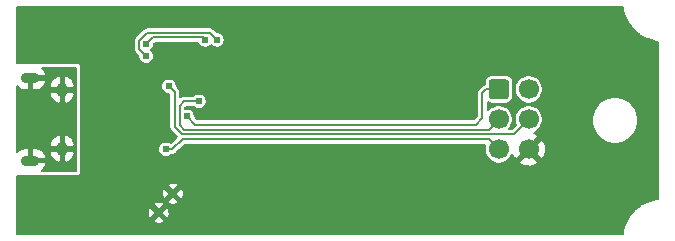
<source format=gbl>
%TF.GenerationSoftware,KiCad,Pcbnew,5.1.12-84ad8e8a86~92~ubuntu18.04.1*%
%TF.CreationDate,2023-04-24T19:04:36+02:00*%
%TF.ProjectId,digital-protection-amulet,64696769-7461-46c2-9d70-726f74656374,rev?*%
%TF.SameCoordinates,Original*%
%TF.FileFunction,Copper,L2,Bot*%
%TF.FilePolarity,Positive*%
%FSLAX46Y46*%
G04 Gerber Fmt 4.6, Leading zero omitted, Abs format (unit mm)*
G04 Created by KiCad (PCBNEW 5.1.12-84ad8e8a86~92~ubuntu18.04.1) date 2023-04-24 19:04:36*
%MOMM*%
%LPD*%
G01*
G04 APERTURE LIST*
%TA.AperFunction,ComponentPad*%
%ADD10C,1.700000*%
%TD*%
%TA.AperFunction,ComponentPad*%
%ADD11O,0.950000X1.250000*%
%TD*%
%TA.AperFunction,ComponentPad*%
%ADD12O,1.550000X0.890000*%
%TD*%
%TA.AperFunction,ComponentPad*%
%ADD13C,0.609600*%
%TD*%
%TA.AperFunction,ViaPad*%
%ADD14C,0.812800*%
%TD*%
%TA.AperFunction,ViaPad*%
%ADD15C,0.609600*%
%TD*%
%TA.AperFunction,Conductor*%
%ADD16C,0.203200*%
%TD*%
%TA.AperFunction,Conductor*%
%ADD17C,0.100000*%
%TD*%
G04 APERTURE END LIST*
%TO.P,J1,1*%
%TO.N,Net-(J1-Pad1)*%
%TA.AperFunction,ComponentPad*%
G36*
G01*
X40298000Y-7966000D02*
X40298000Y-6766000D01*
G75*
G02*
X40548000Y-6516000I250000J0D01*
G01*
X41748000Y-6516000D01*
G75*
G02*
X41998000Y-6766000I0J-250000D01*
G01*
X41998000Y-7966000D01*
G75*
G02*
X41748000Y-8216000I-250000J0D01*
G01*
X40548000Y-8216000D01*
G75*
G02*
X40298000Y-7966000I0J250000D01*
G01*
G37*
%TD.AperFunction*%
D10*
%TO.P,J1,3*%
%TO.N,Net-(J1-Pad3)*%
X41148000Y-9906000D03*
%TO.P,J1,5*%
%TO.N,Net-(J1-Pad5)*%
X41148000Y-12446000D03*
%TO.P,J1,2*%
%TO.N,VBUS*%
X43688000Y-7366000D03*
%TO.P,J1,4*%
%TO.N,Net-(J1-Pad4)*%
X43688000Y-9906000D03*
%TO.P,J1,6*%
%TO.N,GND*%
X43688000Y-12446000D03*
%TD*%
D11*
%TO.P,J2,6*%
%TO.N,Net-(C6-Pad1)*%
X4194000Y-7406000D03*
X4194000Y-12406000D03*
D12*
X1494000Y-6406000D03*
X1494000Y-13406000D03*
%TD*%
D13*
%TO.P,Y1,2*%
%TO.N,GND*%
X13554000Y-16218000D03*
%TO.P,Y1,4*%
X12354000Y-17818000D03*
%TD*%
D14*
%TO.N,GND*%
X23368000Y-2540000D03*
X27940000Y-7112000D03*
X16129000Y-4318000D03*
X14351000Y-13843000D03*
X22860000Y-17780000D03*
X6985000Y-7620000D03*
X3048000Y-1270000D03*
X12446000Y-1524000D03*
X6223000Y-10668000D03*
X6223000Y-11684000D03*
D15*
%TO.N,Net-(D2-Pad2)*%
X17272000Y-3175000D03*
X11303000Y-4572000D03*
%TO.N,Net-(D2-Pad3)*%
X11303000Y-3556000D03*
X16307871Y-3175000D03*
%TO.N,Net-(J1-Pad1)*%
X14732000Y-9652000D03*
%TO.N,Net-(J1-Pad3)*%
X15748000Y-8382000D03*
%TO.N,Net-(J1-Pad5)*%
X12954000Y-12446000D03*
%TO.N,Net-(J1-Pad4)*%
X13208000Y-7112000D03*
%TD*%
D16*
%TO.N,Net-(D2-Pad2)*%
X16662400Y-2565400D02*
X17272000Y-3175000D01*
X11404600Y-2565400D02*
X16662400Y-2565400D01*
X10693400Y-3276600D02*
X11404600Y-2565400D01*
X11303000Y-4572000D02*
X10693400Y-3962400D01*
X10693400Y-3962400D02*
X10693400Y-3276600D01*
%TO.N,Net-(D2-Pad3)*%
X11887200Y-2971800D02*
X11303000Y-3556000D01*
X16307871Y-3175000D02*
X16104671Y-2971800D01*
X16104671Y-2971800D02*
X11887200Y-2971800D01*
%TO.N,Net-(J1-Pad1)*%
X15443200Y-10363200D02*
X14732000Y-9652000D01*
X39751000Y-9829800D02*
X39217600Y-10363200D01*
X39751000Y-7696200D02*
X39751000Y-9829800D01*
X39217600Y-10363200D02*
X15443200Y-10363200D01*
X41148000Y-7366000D02*
X40081200Y-7366000D01*
X40081200Y-7366000D02*
X39751000Y-7696200D01*
%TO.N,Net-(J1-Pad3)*%
X14122400Y-8737600D02*
X14122400Y-10401300D01*
X40284400Y-10769600D02*
X41148000Y-9906000D01*
X15748000Y-8382000D02*
X14478000Y-8382000D01*
X14490700Y-10769600D02*
X40284400Y-10769600D01*
X14122400Y-10401300D02*
X14490700Y-10769600D01*
X14478000Y-8382000D02*
X14122400Y-8737600D01*
%TO.N,Net-(J1-Pad5)*%
X40284400Y-11582400D02*
X41148000Y-12446000D01*
X12954000Y-12446000D02*
X13508517Y-12446000D01*
X14372117Y-11582400D02*
X40284400Y-11582400D01*
X13508517Y-12446000D02*
X14372117Y-11582400D01*
%TO.N,Net-(J1-Pad4)*%
X42418000Y-11176000D02*
X43688000Y-9906000D01*
X13716000Y-10591800D02*
X14300200Y-11176000D01*
X14300200Y-11176000D02*
X42418000Y-11176000D01*
X13208000Y-7112000D02*
X13716000Y-7620000D01*
X13716000Y-7620000D02*
X13716000Y-10591800D01*
%TD*%
%TO.N,GND*%
X51682759Y-643017D02*
X51689689Y-676778D01*
X51696159Y-710694D01*
X51697695Y-715781D01*
X51870832Y-1275094D01*
X51884211Y-1306921D01*
X51897122Y-1338877D01*
X51899613Y-1343561D01*
X51899617Y-1343571D01*
X51899622Y-1343579D01*
X52178093Y-1858601D01*
X52197375Y-1887189D01*
X52216271Y-1916065D01*
X52219624Y-1920176D01*
X52219629Y-1920183D01*
X52219635Y-1920189D01*
X52592840Y-2371316D01*
X52617348Y-2395654D01*
X52641452Y-2420268D01*
X52645546Y-2423656D01*
X53099275Y-2793708D01*
X53128011Y-2812801D01*
X53156470Y-2832287D01*
X53161136Y-2834810D01*
X53161144Y-2834815D01*
X53161152Y-2834818D01*
X53678109Y-3109688D01*
X53709987Y-3122828D01*
X53741707Y-3136423D01*
X53746774Y-3137991D01*
X53746784Y-3137995D01*
X53746794Y-3137997D01*
X54307291Y-3307221D01*
X54341170Y-3313929D01*
X54374872Y-3321093D01*
X54380157Y-3321649D01*
X54619401Y-3345107D01*
X54619400Y-16655178D01*
X54356983Y-16682759D01*
X54323208Y-16689692D01*
X54289307Y-16696159D01*
X54284219Y-16697695D01*
X53724906Y-16870832D01*
X53693091Y-16884206D01*
X53661123Y-16897122D01*
X53656435Y-16899615D01*
X53656430Y-16899617D01*
X53656426Y-16899620D01*
X53141399Y-17178093D01*
X53112811Y-17197375D01*
X53083935Y-17216271D01*
X53079824Y-17219624D01*
X53079817Y-17219629D01*
X53079811Y-17219635D01*
X52628684Y-17592840D01*
X52604346Y-17617348D01*
X52579732Y-17641452D01*
X52576344Y-17645546D01*
X52206292Y-18099274D01*
X52187186Y-18128032D01*
X52167714Y-18156470D01*
X52165186Y-18161144D01*
X51890312Y-18678108D01*
X51877166Y-18710001D01*
X51863577Y-18741707D01*
X51862009Y-18746774D01*
X51862005Y-18746784D01*
X51862003Y-18746794D01*
X51692779Y-19307292D01*
X51686072Y-19341163D01*
X51678907Y-19374872D01*
X51678351Y-19380157D01*
X51654893Y-19619400D01*
X380600Y-19619400D01*
X380600Y-18456884D01*
X11930642Y-18456884D01*
X11944704Y-18640627D01*
X12113055Y-18704670D01*
X12290666Y-18734639D01*
X12470710Y-18729382D01*
X12646269Y-18689101D01*
X12763296Y-18640627D01*
X12777358Y-18456884D01*
X12354000Y-18033526D01*
X11930642Y-18456884D01*
X380600Y-18456884D01*
X380600Y-17754666D01*
X11437361Y-17754666D01*
X11442618Y-17934710D01*
X11482899Y-18110269D01*
X11531373Y-18227296D01*
X11715116Y-18241358D01*
X12138474Y-17818000D01*
X12569526Y-17818000D01*
X12992884Y-18241358D01*
X13176627Y-18227296D01*
X13240670Y-18058945D01*
X13270639Y-17881334D01*
X13265382Y-17701290D01*
X13225101Y-17525731D01*
X13176627Y-17408704D01*
X12992884Y-17394642D01*
X12569526Y-17818000D01*
X12138474Y-17818000D01*
X11715116Y-17394642D01*
X11531373Y-17408704D01*
X11467330Y-17577055D01*
X11437361Y-17754666D01*
X380600Y-17754666D01*
X380600Y-17179116D01*
X11930642Y-17179116D01*
X12354000Y-17602474D01*
X12777358Y-17179116D01*
X12763296Y-16995373D01*
X12594945Y-16931330D01*
X12417334Y-16901361D01*
X12237290Y-16906618D01*
X12061731Y-16946899D01*
X11944704Y-16995373D01*
X11930642Y-17179116D01*
X380600Y-17179116D01*
X380600Y-16856884D01*
X13130642Y-16856884D01*
X13144704Y-17040627D01*
X13313055Y-17104670D01*
X13490666Y-17134639D01*
X13670710Y-17129382D01*
X13846269Y-17089101D01*
X13963296Y-17040627D01*
X13977358Y-16856884D01*
X13554000Y-16433526D01*
X13130642Y-16856884D01*
X380600Y-16856884D01*
X380600Y-16154666D01*
X12637361Y-16154666D01*
X12642618Y-16334710D01*
X12682899Y-16510269D01*
X12731373Y-16627296D01*
X12915116Y-16641358D01*
X13338474Y-16218000D01*
X13769526Y-16218000D01*
X14192884Y-16641358D01*
X14376627Y-16627296D01*
X14440670Y-16458945D01*
X14470639Y-16281334D01*
X14465382Y-16101290D01*
X14425101Y-15925731D01*
X14376627Y-15808704D01*
X14192884Y-15794642D01*
X13769526Y-16218000D01*
X13338474Y-16218000D01*
X12915116Y-15794642D01*
X12731373Y-15808704D01*
X12667330Y-15977055D01*
X12637361Y-16154666D01*
X380600Y-16154666D01*
X380600Y-15579116D01*
X13130642Y-15579116D01*
X13554000Y-16002474D01*
X13977358Y-15579116D01*
X13963296Y-15395373D01*
X13794945Y-15331330D01*
X13617334Y-15301361D01*
X13437290Y-15306618D01*
X13261731Y-15346899D01*
X13144704Y-15395373D01*
X13130642Y-15579116D01*
X380600Y-15579116D01*
X380600Y-14706600D01*
X5461000Y-14706600D01*
X5530374Y-14699767D01*
X5597082Y-14679532D01*
X5658561Y-14646671D01*
X5712447Y-14602447D01*
X5756671Y-14548561D01*
X5789532Y-14487082D01*
X5809767Y-14420374D01*
X5816600Y-14351000D01*
X5816600Y-12380956D01*
X12293600Y-12380956D01*
X12293600Y-12511044D01*
X12318979Y-12638631D01*
X12368761Y-12758817D01*
X12441034Y-12866980D01*
X12533020Y-12958966D01*
X12641183Y-13031239D01*
X12761369Y-13081021D01*
X12888956Y-13106400D01*
X13019044Y-13106400D01*
X13146631Y-13081021D01*
X13266817Y-13031239D01*
X13374980Y-12958966D01*
X13430746Y-12903200D01*
X13486067Y-12903200D01*
X13508517Y-12905411D01*
X13530967Y-12903200D01*
X13530977Y-12903200D01*
X13598144Y-12896585D01*
X13684326Y-12870441D01*
X13763753Y-12827987D01*
X13833370Y-12770853D01*
X13847691Y-12753403D01*
X14561495Y-12039600D01*
X40011405Y-12039600D01*
X39988731Y-12094340D01*
X39942400Y-12327259D01*
X39942400Y-12564741D01*
X39988731Y-12797660D01*
X40079611Y-13017066D01*
X40211550Y-13214525D01*
X40379475Y-13382450D01*
X40576934Y-13514389D01*
X40796340Y-13605269D01*
X41029259Y-13651600D01*
X41266741Y-13651600D01*
X41499660Y-13605269D01*
X41719066Y-13514389D01*
X41775295Y-13476817D01*
X42872709Y-13476817D01*
X42953878Y-13715710D01*
X43215692Y-13834533D01*
X43495657Y-13899995D01*
X43783013Y-13909582D01*
X44066718Y-13862923D01*
X44335869Y-13761813D01*
X44422122Y-13715710D01*
X44503291Y-13476817D01*
X43688000Y-12661526D01*
X42872709Y-13476817D01*
X41775295Y-13476817D01*
X41916525Y-13382450D01*
X42084450Y-13214525D01*
X42216389Y-13017066D01*
X42282960Y-12856349D01*
X42372187Y-13093869D01*
X42418290Y-13180122D01*
X42657183Y-13261291D01*
X43472474Y-12446000D01*
X43903526Y-12446000D01*
X44718817Y-13261291D01*
X44957710Y-13180122D01*
X45076533Y-12918308D01*
X45141995Y-12638343D01*
X45151582Y-12350987D01*
X45104923Y-12067282D01*
X45003813Y-11798131D01*
X44957710Y-11711878D01*
X44718817Y-11630709D01*
X43903526Y-12446000D01*
X43472474Y-12446000D01*
X43458332Y-12431858D01*
X43673858Y-12216332D01*
X43688000Y-12230474D01*
X44503291Y-11415183D01*
X44422122Y-11176290D01*
X44160308Y-11057467D01*
X44095232Y-11042251D01*
X44259066Y-10974389D01*
X44456525Y-10842450D01*
X44624450Y-10674525D01*
X44756389Y-10477066D01*
X44847269Y-10257660D01*
X44893600Y-10024741D01*
X44893600Y-9807390D01*
X49044400Y-9807390D01*
X49044400Y-10192610D01*
X49119553Y-10570427D01*
X49266970Y-10926324D01*
X49480987Y-11246622D01*
X49753378Y-11519013D01*
X50073676Y-11733030D01*
X50429573Y-11880447D01*
X50807390Y-11955600D01*
X51192610Y-11955600D01*
X51570427Y-11880447D01*
X51926324Y-11733030D01*
X52246622Y-11519013D01*
X52519013Y-11246622D01*
X52733030Y-10926324D01*
X52880447Y-10570427D01*
X52955600Y-10192610D01*
X52955600Y-9807390D01*
X52880447Y-9429573D01*
X52733030Y-9073676D01*
X52519013Y-8753378D01*
X52246622Y-8480987D01*
X51926324Y-8266970D01*
X51570427Y-8119553D01*
X51192610Y-8044400D01*
X50807390Y-8044400D01*
X50429573Y-8119553D01*
X50073676Y-8266970D01*
X49753378Y-8480987D01*
X49480987Y-8753378D01*
X49266970Y-9073676D01*
X49119553Y-9429573D01*
X49044400Y-9807390D01*
X44893600Y-9807390D01*
X44893600Y-9787259D01*
X44847269Y-9554340D01*
X44756389Y-9334934D01*
X44624450Y-9137475D01*
X44456525Y-8969550D01*
X44259066Y-8837611D01*
X44039660Y-8746731D01*
X43806741Y-8700400D01*
X43569259Y-8700400D01*
X43336340Y-8746731D01*
X43116934Y-8837611D01*
X42919475Y-8969550D01*
X42751550Y-9137475D01*
X42619611Y-9334934D01*
X42528731Y-9554340D01*
X42482400Y-9787259D01*
X42482400Y-10024741D01*
X42528731Y-10257660D01*
X42575896Y-10371527D01*
X42228623Y-10718800D01*
X42040175Y-10718800D01*
X42084450Y-10674525D01*
X42216389Y-10477066D01*
X42307269Y-10257660D01*
X42353600Y-10024741D01*
X42353600Y-9787259D01*
X42307269Y-9554340D01*
X42216389Y-9334934D01*
X42084450Y-9137475D01*
X41916525Y-8969550D01*
X41719066Y-8837611D01*
X41499660Y-8746731D01*
X41266741Y-8700400D01*
X41029259Y-8700400D01*
X40796340Y-8746731D01*
X40576934Y-8837611D01*
X40379475Y-8969550D01*
X40211550Y-9137475D01*
X40208200Y-9142489D01*
X40208200Y-8469006D01*
X40210591Y-8470968D01*
X40315589Y-8527091D01*
X40429518Y-8561651D01*
X40548000Y-8573320D01*
X41748000Y-8573320D01*
X41866482Y-8561651D01*
X41980411Y-8527091D01*
X42085409Y-8470968D01*
X42177440Y-8395440D01*
X42252968Y-8303409D01*
X42309091Y-8198411D01*
X42343651Y-8084482D01*
X42355320Y-7966000D01*
X42355320Y-7247259D01*
X42482400Y-7247259D01*
X42482400Y-7484741D01*
X42528731Y-7717660D01*
X42619611Y-7937066D01*
X42751550Y-8134525D01*
X42919475Y-8302450D01*
X43116934Y-8434389D01*
X43336340Y-8525269D01*
X43569259Y-8571600D01*
X43806741Y-8571600D01*
X44039660Y-8525269D01*
X44259066Y-8434389D01*
X44456525Y-8302450D01*
X44624450Y-8134525D01*
X44756389Y-7937066D01*
X44847269Y-7717660D01*
X44893600Y-7484741D01*
X44893600Y-7247259D01*
X44847269Y-7014340D01*
X44756389Y-6794934D01*
X44624450Y-6597475D01*
X44456525Y-6429550D01*
X44259066Y-6297611D01*
X44039660Y-6206731D01*
X43806741Y-6160400D01*
X43569259Y-6160400D01*
X43336340Y-6206731D01*
X43116934Y-6297611D01*
X42919475Y-6429550D01*
X42751550Y-6597475D01*
X42619611Y-6794934D01*
X42528731Y-7014340D01*
X42482400Y-7247259D01*
X42355320Y-7247259D01*
X42355320Y-6766000D01*
X42343651Y-6647518D01*
X42309091Y-6533589D01*
X42252968Y-6428591D01*
X42177440Y-6336560D01*
X42085409Y-6261032D01*
X41980411Y-6204909D01*
X41866482Y-6170349D01*
X41748000Y-6158680D01*
X40548000Y-6158680D01*
X40429518Y-6170349D01*
X40315589Y-6204909D01*
X40210591Y-6261032D01*
X40118560Y-6336560D01*
X40043032Y-6428591D01*
X39986909Y-6533589D01*
X39952349Y-6647518D01*
X39940680Y-6766000D01*
X39940680Y-6930854D01*
X39905391Y-6941559D01*
X39868417Y-6961322D01*
X39825963Y-6984013D01*
X39773792Y-7026830D01*
X39756347Y-7041147D01*
X39742030Y-7058592D01*
X39443597Y-7357026D01*
X39426147Y-7371347D01*
X39369013Y-7440965D01*
X39326559Y-7520392D01*
X39300415Y-7606574D01*
X39293800Y-7673741D01*
X39293800Y-7673750D01*
X39291589Y-7696200D01*
X39293800Y-7718650D01*
X39293801Y-9640421D01*
X39028222Y-9906000D01*
X15632579Y-9906000D01*
X15392400Y-9665822D01*
X15392400Y-9586956D01*
X15367021Y-9459369D01*
X15317239Y-9339183D01*
X15244966Y-9231020D01*
X15152980Y-9139034D01*
X15044817Y-9066761D01*
X14924631Y-9016979D01*
X14797044Y-8991600D01*
X14666956Y-8991600D01*
X14579600Y-9008976D01*
X14579600Y-8926977D01*
X14667378Y-8839200D01*
X15271254Y-8839200D01*
X15327020Y-8894966D01*
X15435183Y-8967239D01*
X15555369Y-9017021D01*
X15682956Y-9042400D01*
X15813044Y-9042400D01*
X15940631Y-9017021D01*
X16060817Y-8967239D01*
X16168980Y-8894966D01*
X16260966Y-8802980D01*
X16333239Y-8694817D01*
X16383021Y-8574631D01*
X16408400Y-8447044D01*
X16408400Y-8316956D01*
X16383021Y-8189369D01*
X16333239Y-8069183D01*
X16260966Y-7961020D01*
X16168980Y-7869034D01*
X16060817Y-7796761D01*
X15940631Y-7746979D01*
X15813044Y-7721600D01*
X15682956Y-7721600D01*
X15555369Y-7746979D01*
X15435183Y-7796761D01*
X15327020Y-7869034D01*
X15271254Y-7924800D01*
X14500449Y-7924800D01*
X14477999Y-7922589D01*
X14455549Y-7924800D01*
X14455540Y-7924800D01*
X14388373Y-7931415D01*
X14302191Y-7957559D01*
X14286399Y-7966000D01*
X14222763Y-8000013D01*
X14197127Y-8021053D01*
X14173200Y-8040690D01*
X14173200Y-7642449D01*
X14175411Y-7619999D01*
X14173200Y-7597549D01*
X14173200Y-7597540D01*
X14166585Y-7530373D01*
X14140441Y-7444191D01*
X14099308Y-7367235D01*
X14097987Y-7364763D01*
X14055170Y-7312592D01*
X14040853Y-7295147D01*
X14023409Y-7280831D01*
X13868400Y-7125822D01*
X13868400Y-7046956D01*
X13843021Y-6919369D01*
X13793239Y-6799183D01*
X13720966Y-6691020D01*
X13628980Y-6599034D01*
X13520817Y-6526761D01*
X13400631Y-6476979D01*
X13273044Y-6451600D01*
X13142956Y-6451600D01*
X13015369Y-6476979D01*
X12895183Y-6526761D01*
X12787020Y-6599034D01*
X12695034Y-6691020D01*
X12622761Y-6799183D01*
X12572979Y-6919369D01*
X12547600Y-7046956D01*
X12547600Y-7177044D01*
X12572979Y-7304631D01*
X12622761Y-7424817D01*
X12695034Y-7532980D01*
X12787020Y-7624966D01*
X12895183Y-7697239D01*
X13015369Y-7747021D01*
X13142956Y-7772400D01*
X13221822Y-7772400D01*
X13258800Y-7809378D01*
X13258801Y-10569340D01*
X13256589Y-10591800D01*
X13258801Y-10614260D01*
X13265416Y-10681427D01*
X13278760Y-10725415D01*
X13291560Y-10767609D01*
X13334013Y-10847035D01*
X13351706Y-10868593D01*
X13391148Y-10916653D01*
X13408592Y-10930969D01*
X13892780Y-11415159D01*
X13374936Y-11933004D01*
X13266817Y-11860761D01*
X13146631Y-11810979D01*
X13019044Y-11785600D01*
X12888956Y-11785600D01*
X12761369Y-11810979D01*
X12641183Y-11860761D01*
X12533020Y-11933034D01*
X12441034Y-12025020D01*
X12368761Y-12133183D01*
X12318979Y-12253369D01*
X12293600Y-12380956D01*
X5816600Y-12380956D01*
X5816600Y-5461000D01*
X5809767Y-5391626D01*
X5789532Y-5324918D01*
X5756671Y-5263439D01*
X5712447Y-5209553D01*
X5658561Y-5165329D01*
X5597082Y-5132468D01*
X5530374Y-5112233D01*
X5461000Y-5105400D01*
X380600Y-5105400D01*
X380600Y-3276600D01*
X10233989Y-3276600D01*
X10236201Y-3299059D01*
X10236200Y-3939950D01*
X10233989Y-3962400D01*
X10236200Y-3984850D01*
X10236200Y-3984859D01*
X10242815Y-4052026D01*
X10268959Y-4138208D01*
X10311413Y-4217635D01*
X10368547Y-4287253D01*
X10385997Y-4301574D01*
X10642600Y-4558178D01*
X10642600Y-4637044D01*
X10667979Y-4764631D01*
X10717761Y-4884817D01*
X10790034Y-4992980D01*
X10882020Y-5084966D01*
X10990183Y-5157239D01*
X11110369Y-5207021D01*
X11237956Y-5232400D01*
X11368044Y-5232400D01*
X11495631Y-5207021D01*
X11615817Y-5157239D01*
X11723980Y-5084966D01*
X11815966Y-4992980D01*
X11888239Y-4884817D01*
X11938021Y-4764631D01*
X11963400Y-4637044D01*
X11963400Y-4506956D01*
X11938021Y-4379369D01*
X11888239Y-4259183D01*
X11815966Y-4151020D01*
X11728946Y-4064000D01*
X11815966Y-3976980D01*
X11888239Y-3868817D01*
X11938021Y-3748631D01*
X11963400Y-3621044D01*
X11963400Y-3542178D01*
X12076579Y-3429000D01*
X15698270Y-3429000D01*
X15722632Y-3487817D01*
X15794905Y-3595980D01*
X15886891Y-3687966D01*
X15995054Y-3760239D01*
X16115240Y-3810021D01*
X16242827Y-3835400D01*
X16372915Y-3835400D01*
X16500502Y-3810021D01*
X16620688Y-3760239D01*
X16728851Y-3687966D01*
X16789936Y-3626882D01*
X16851020Y-3687966D01*
X16959183Y-3760239D01*
X17079369Y-3810021D01*
X17206956Y-3835400D01*
X17337044Y-3835400D01*
X17464631Y-3810021D01*
X17584817Y-3760239D01*
X17692980Y-3687966D01*
X17784966Y-3595980D01*
X17857239Y-3487817D01*
X17907021Y-3367631D01*
X17932400Y-3240044D01*
X17932400Y-3109956D01*
X17907021Y-2982369D01*
X17857239Y-2862183D01*
X17784966Y-2754020D01*
X17692980Y-2662034D01*
X17584817Y-2589761D01*
X17464631Y-2539979D01*
X17337044Y-2514600D01*
X17258178Y-2514600D01*
X17001574Y-2257997D01*
X16987253Y-2240547D01*
X16917636Y-2183413D01*
X16838209Y-2140959D01*
X16752027Y-2114815D01*
X16684860Y-2108200D01*
X16684850Y-2108200D01*
X16662400Y-2105989D01*
X16639950Y-2108200D01*
X11427050Y-2108200D01*
X11404600Y-2105989D01*
X11382150Y-2108200D01*
X11382140Y-2108200D01*
X11314973Y-2114815D01*
X11250389Y-2134407D01*
X11228790Y-2140959D01*
X11149364Y-2183413D01*
X11097192Y-2226229D01*
X11097186Y-2226235D01*
X11079747Y-2240547D01*
X11065435Y-2257987D01*
X10385992Y-2937431D01*
X10368548Y-2951747D01*
X10354231Y-2969192D01*
X10354230Y-2969193D01*
X10311413Y-3021365D01*
X10290000Y-3061427D01*
X10268960Y-3100791D01*
X10242816Y-3186973D01*
X10238870Y-3227036D01*
X10233989Y-3276600D01*
X380600Y-3276600D01*
X380600Y-380600D01*
X51655178Y-380600D01*
X51682759Y-643017D01*
%TA.AperFunction,Conductor*%
D17*
G36*
X51682759Y-643017D02*
G01*
X51689689Y-676778D01*
X51696159Y-710694D01*
X51697695Y-715781D01*
X51870832Y-1275094D01*
X51884211Y-1306921D01*
X51897122Y-1338877D01*
X51899613Y-1343561D01*
X51899617Y-1343571D01*
X51899622Y-1343579D01*
X52178093Y-1858601D01*
X52197375Y-1887189D01*
X52216271Y-1916065D01*
X52219624Y-1920176D01*
X52219629Y-1920183D01*
X52219635Y-1920189D01*
X52592840Y-2371316D01*
X52617348Y-2395654D01*
X52641452Y-2420268D01*
X52645546Y-2423656D01*
X53099275Y-2793708D01*
X53128011Y-2812801D01*
X53156470Y-2832287D01*
X53161136Y-2834810D01*
X53161144Y-2834815D01*
X53161152Y-2834818D01*
X53678109Y-3109688D01*
X53709987Y-3122828D01*
X53741707Y-3136423D01*
X53746774Y-3137991D01*
X53746784Y-3137995D01*
X53746794Y-3137997D01*
X54307291Y-3307221D01*
X54341170Y-3313929D01*
X54374872Y-3321093D01*
X54380157Y-3321649D01*
X54619401Y-3345107D01*
X54619400Y-16655178D01*
X54356983Y-16682759D01*
X54323208Y-16689692D01*
X54289307Y-16696159D01*
X54284219Y-16697695D01*
X53724906Y-16870832D01*
X53693091Y-16884206D01*
X53661123Y-16897122D01*
X53656435Y-16899615D01*
X53656430Y-16899617D01*
X53656426Y-16899620D01*
X53141399Y-17178093D01*
X53112811Y-17197375D01*
X53083935Y-17216271D01*
X53079824Y-17219624D01*
X53079817Y-17219629D01*
X53079811Y-17219635D01*
X52628684Y-17592840D01*
X52604346Y-17617348D01*
X52579732Y-17641452D01*
X52576344Y-17645546D01*
X52206292Y-18099274D01*
X52187186Y-18128032D01*
X52167714Y-18156470D01*
X52165186Y-18161144D01*
X51890312Y-18678108D01*
X51877166Y-18710001D01*
X51863577Y-18741707D01*
X51862009Y-18746774D01*
X51862005Y-18746784D01*
X51862003Y-18746794D01*
X51692779Y-19307292D01*
X51686072Y-19341163D01*
X51678907Y-19374872D01*
X51678351Y-19380157D01*
X51654893Y-19619400D01*
X380600Y-19619400D01*
X380600Y-18456884D01*
X11930642Y-18456884D01*
X11944704Y-18640627D01*
X12113055Y-18704670D01*
X12290666Y-18734639D01*
X12470710Y-18729382D01*
X12646269Y-18689101D01*
X12763296Y-18640627D01*
X12777358Y-18456884D01*
X12354000Y-18033526D01*
X11930642Y-18456884D01*
X380600Y-18456884D01*
X380600Y-17754666D01*
X11437361Y-17754666D01*
X11442618Y-17934710D01*
X11482899Y-18110269D01*
X11531373Y-18227296D01*
X11715116Y-18241358D01*
X12138474Y-17818000D01*
X12569526Y-17818000D01*
X12992884Y-18241358D01*
X13176627Y-18227296D01*
X13240670Y-18058945D01*
X13270639Y-17881334D01*
X13265382Y-17701290D01*
X13225101Y-17525731D01*
X13176627Y-17408704D01*
X12992884Y-17394642D01*
X12569526Y-17818000D01*
X12138474Y-17818000D01*
X11715116Y-17394642D01*
X11531373Y-17408704D01*
X11467330Y-17577055D01*
X11437361Y-17754666D01*
X380600Y-17754666D01*
X380600Y-17179116D01*
X11930642Y-17179116D01*
X12354000Y-17602474D01*
X12777358Y-17179116D01*
X12763296Y-16995373D01*
X12594945Y-16931330D01*
X12417334Y-16901361D01*
X12237290Y-16906618D01*
X12061731Y-16946899D01*
X11944704Y-16995373D01*
X11930642Y-17179116D01*
X380600Y-17179116D01*
X380600Y-16856884D01*
X13130642Y-16856884D01*
X13144704Y-17040627D01*
X13313055Y-17104670D01*
X13490666Y-17134639D01*
X13670710Y-17129382D01*
X13846269Y-17089101D01*
X13963296Y-17040627D01*
X13977358Y-16856884D01*
X13554000Y-16433526D01*
X13130642Y-16856884D01*
X380600Y-16856884D01*
X380600Y-16154666D01*
X12637361Y-16154666D01*
X12642618Y-16334710D01*
X12682899Y-16510269D01*
X12731373Y-16627296D01*
X12915116Y-16641358D01*
X13338474Y-16218000D01*
X13769526Y-16218000D01*
X14192884Y-16641358D01*
X14376627Y-16627296D01*
X14440670Y-16458945D01*
X14470639Y-16281334D01*
X14465382Y-16101290D01*
X14425101Y-15925731D01*
X14376627Y-15808704D01*
X14192884Y-15794642D01*
X13769526Y-16218000D01*
X13338474Y-16218000D01*
X12915116Y-15794642D01*
X12731373Y-15808704D01*
X12667330Y-15977055D01*
X12637361Y-16154666D01*
X380600Y-16154666D01*
X380600Y-15579116D01*
X13130642Y-15579116D01*
X13554000Y-16002474D01*
X13977358Y-15579116D01*
X13963296Y-15395373D01*
X13794945Y-15331330D01*
X13617334Y-15301361D01*
X13437290Y-15306618D01*
X13261731Y-15346899D01*
X13144704Y-15395373D01*
X13130642Y-15579116D01*
X380600Y-15579116D01*
X380600Y-14706600D01*
X5461000Y-14706600D01*
X5530374Y-14699767D01*
X5597082Y-14679532D01*
X5658561Y-14646671D01*
X5712447Y-14602447D01*
X5756671Y-14548561D01*
X5789532Y-14487082D01*
X5809767Y-14420374D01*
X5816600Y-14351000D01*
X5816600Y-12380956D01*
X12293600Y-12380956D01*
X12293600Y-12511044D01*
X12318979Y-12638631D01*
X12368761Y-12758817D01*
X12441034Y-12866980D01*
X12533020Y-12958966D01*
X12641183Y-13031239D01*
X12761369Y-13081021D01*
X12888956Y-13106400D01*
X13019044Y-13106400D01*
X13146631Y-13081021D01*
X13266817Y-13031239D01*
X13374980Y-12958966D01*
X13430746Y-12903200D01*
X13486067Y-12903200D01*
X13508517Y-12905411D01*
X13530967Y-12903200D01*
X13530977Y-12903200D01*
X13598144Y-12896585D01*
X13684326Y-12870441D01*
X13763753Y-12827987D01*
X13833370Y-12770853D01*
X13847691Y-12753403D01*
X14561495Y-12039600D01*
X40011405Y-12039600D01*
X39988731Y-12094340D01*
X39942400Y-12327259D01*
X39942400Y-12564741D01*
X39988731Y-12797660D01*
X40079611Y-13017066D01*
X40211550Y-13214525D01*
X40379475Y-13382450D01*
X40576934Y-13514389D01*
X40796340Y-13605269D01*
X41029259Y-13651600D01*
X41266741Y-13651600D01*
X41499660Y-13605269D01*
X41719066Y-13514389D01*
X41775295Y-13476817D01*
X42872709Y-13476817D01*
X42953878Y-13715710D01*
X43215692Y-13834533D01*
X43495657Y-13899995D01*
X43783013Y-13909582D01*
X44066718Y-13862923D01*
X44335869Y-13761813D01*
X44422122Y-13715710D01*
X44503291Y-13476817D01*
X43688000Y-12661526D01*
X42872709Y-13476817D01*
X41775295Y-13476817D01*
X41916525Y-13382450D01*
X42084450Y-13214525D01*
X42216389Y-13017066D01*
X42282960Y-12856349D01*
X42372187Y-13093869D01*
X42418290Y-13180122D01*
X42657183Y-13261291D01*
X43472474Y-12446000D01*
X43903526Y-12446000D01*
X44718817Y-13261291D01*
X44957710Y-13180122D01*
X45076533Y-12918308D01*
X45141995Y-12638343D01*
X45151582Y-12350987D01*
X45104923Y-12067282D01*
X45003813Y-11798131D01*
X44957710Y-11711878D01*
X44718817Y-11630709D01*
X43903526Y-12446000D01*
X43472474Y-12446000D01*
X43458332Y-12431858D01*
X43673858Y-12216332D01*
X43688000Y-12230474D01*
X44503291Y-11415183D01*
X44422122Y-11176290D01*
X44160308Y-11057467D01*
X44095232Y-11042251D01*
X44259066Y-10974389D01*
X44456525Y-10842450D01*
X44624450Y-10674525D01*
X44756389Y-10477066D01*
X44847269Y-10257660D01*
X44893600Y-10024741D01*
X44893600Y-9807390D01*
X49044400Y-9807390D01*
X49044400Y-10192610D01*
X49119553Y-10570427D01*
X49266970Y-10926324D01*
X49480987Y-11246622D01*
X49753378Y-11519013D01*
X50073676Y-11733030D01*
X50429573Y-11880447D01*
X50807390Y-11955600D01*
X51192610Y-11955600D01*
X51570427Y-11880447D01*
X51926324Y-11733030D01*
X52246622Y-11519013D01*
X52519013Y-11246622D01*
X52733030Y-10926324D01*
X52880447Y-10570427D01*
X52955600Y-10192610D01*
X52955600Y-9807390D01*
X52880447Y-9429573D01*
X52733030Y-9073676D01*
X52519013Y-8753378D01*
X52246622Y-8480987D01*
X51926324Y-8266970D01*
X51570427Y-8119553D01*
X51192610Y-8044400D01*
X50807390Y-8044400D01*
X50429573Y-8119553D01*
X50073676Y-8266970D01*
X49753378Y-8480987D01*
X49480987Y-8753378D01*
X49266970Y-9073676D01*
X49119553Y-9429573D01*
X49044400Y-9807390D01*
X44893600Y-9807390D01*
X44893600Y-9787259D01*
X44847269Y-9554340D01*
X44756389Y-9334934D01*
X44624450Y-9137475D01*
X44456525Y-8969550D01*
X44259066Y-8837611D01*
X44039660Y-8746731D01*
X43806741Y-8700400D01*
X43569259Y-8700400D01*
X43336340Y-8746731D01*
X43116934Y-8837611D01*
X42919475Y-8969550D01*
X42751550Y-9137475D01*
X42619611Y-9334934D01*
X42528731Y-9554340D01*
X42482400Y-9787259D01*
X42482400Y-10024741D01*
X42528731Y-10257660D01*
X42575896Y-10371527D01*
X42228623Y-10718800D01*
X42040175Y-10718800D01*
X42084450Y-10674525D01*
X42216389Y-10477066D01*
X42307269Y-10257660D01*
X42353600Y-10024741D01*
X42353600Y-9787259D01*
X42307269Y-9554340D01*
X42216389Y-9334934D01*
X42084450Y-9137475D01*
X41916525Y-8969550D01*
X41719066Y-8837611D01*
X41499660Y-8746731D01*
X41266741Y-8700400D01*
X41029259Y-8700400D01*
X40796340Y-8746731D01*
X40576934Y-8837611D01*
X40379475Y-8969550D01*
X40211550Y-9137475D01*
X40208200Y-9142489D01*
X40208200Y-8469006D01*
X40210591Y-8470968D01*
X40315589Y-8527091D01*
X40429518Y-8561651D01*
X40548000Y-8573320D01*
X41748000Y-8573320D01*
X41866482Y-8561651D01*
X41980411Y-8527091D01*
X42085409Y-8470968D01*
X42177440Y-8395440D01*
X42252968Y-8303409D01*
X42309091Y-8198411D01*
X42343651Y-8084482D01*
X42355320Y-7966000D01*
X42355320Y-7247259D01*
X42482400Y-7247259D01*
X42482400Y-7484741D01*
X42528731Y-7717660D01*
X42619611Y-7937066D01*
X42751550Y-8134525D01*
X42919475Y-8302450D01*
X43116934Y-8434389D01*
X43336340Y-8525269D01*
X43569259Y-8571600D01*
X43806741Y-8571600D01*
X44039660Y-8525269D01*
X44259066Y-8434389D01*
X44456525Y-8302450D01*
X44624450Y-8134525D01*
X44756389Y-7937066D01*
X44847269Y-7717660D01*
X44893600Y-7484741D01*
X44893600Y-7247259D01*
X44847269Y-7014340D01*
X44756389Y-6794934D01*
X44624450Y-6597475D01*
X44456525Y-6429550D01*
X44259066Y-6297611D01*
X44039660Y-6206731D01*
X43806741Y-6160400D01*
X43569259Y-6160400D01*
X43336340Y-6206731D01*
X43116934Y-6297611D01*
X42919475Y-6429550D01*
X42751550Y-6597475D01*
X42619611Y-6794934D01*
X42528731Y-7014340D01*
X42482400Y-7247259D01*
X42355320Y-7247259D01*
X42355320Y-6766000D01*
X42343651Y-6647518D01*
X42309091Y-6533589D01*
X42252968Y-6428591D01*
X42177440Y-6336560D01*
X42085409Y-6261032D01*
X41980411Y-6204909D01*
X41866482Y-6170349D01*
X41748000Y-6158680D01*
X40548000Y-6158680D01*
X40429518Y-6170349D01*
X40315589Y-6204909D01*
X40210591Y-6261032D01*
X40118560Y-6336560D01*
X40043032Y-6428591D01*
X39986909Y-6533589D01*
X39952349Y-6647518D01*
X39940680Y-6766000D01*
X39940680Y-6930854D01*
X39905391Y-6941559D01*
X39868417Y-6961322D01*
X39825963Y-6984013D01*
X39773792Y-7026830D01*
X39756347Y-7041147D01*
X39742030Y-7058592D01*
X39443597Y-7357026D01*
X39426147Y-7371347D01*
X39369013Y-7440965D01*
X39326559Y-7520392D01*
X39300415Y-7606574D01*
X39293800Y-7673741D01*
X39293800Y-7673750D01*
X39291589Y-7696200D01*
X39293800Y-7718650D01*
X39293801Y-9640421D01*
X39028222Y-9906000D01*
X15632579Y-9906000D01*
X15392400Y-9665822D01*
X15392400Y-9586956D01*
X15367021Y-9459369D01*
X15317239Y-9339183D01*
X15244966Y-9231020D01*
X15152980Y-9139034D01*
X15044817Y-9066761D01*
X14924631Y-9016979D01*
X14797044Y-8991600D01*
X14666956Y-8991600D01*
X14579600Y-9008976D01*
X14579600Y-8926977D01*
X14667378Y-8839200D01*
X15271254Y-8839200D01*
X15327020Y-8894966D01*
X15435183Y-8967239D01*
X15555369Y-9017021D01*
X15682956Y-9042400D01*
X15813044Y-9042400D01*
X15940631Y-9017021D01*
X16060817Y-8967239D01*
X16168980Y-8894966D01*
X16260966Y-8802980D01*
X16333239Y-8694817D01*
X16383021Y-8574631D01*
X16408400Y-8447044D01*
X16408400Y-8316956D01*
X16383021Y-8189369D01*
X16333239Y-8069183D01*
X16260966Y-7961020D01*
X16168980Y-7869034D01*
X16060817Y-7796761D01*
X15940631Y-7746979D01*
X15813044Y-7721600D01*
X15682956Y-7721600D01*
X15555369Y-7746979D01*
X15435183Y-7796761D01*
X15327020Y-7869034D01*
X15271254Y-7924800D01*
X14500449Y-7924800D01*
X14477999Y-7922589D01*
X14455549Y-7924800D01*
X14455540Y-7924800D01*
X14388373Y-7931415D01*
X14302191Y-7957559D01*
X14286399Y-7966000D01*
X14222763Y-8000013D01*
X14197127Y-8021053D01*
X14173200Y-8040690D01*
X14173200Y-7642449D01*
X14175411Y-7619999D01*
X14173200Y-7597549D01*
X14173200Y-7597540D01*
X14166585Y-7530373D01*
X14140441Y-7444191D01*
X14099308Y-7367235D01*
X14097987Y-7364763D01*
X14055170Y-7312592D01*
X14040853Y-7295147D01*
X14023409Y-7280831D01*
X13868400Y-7125822D01*
X13868400Y-7046956D01*
X13843021Y-6919369D01*
X13793239Y-6799183D01*
X13720966Y-6691020D01*
X13628980Y-6599034D01*
X13520817Y-6526761D01*
X13400631Y-6476979D01*
X13273044Y-6451600D01*
X13142956Y-6451600D01*
X13015369Y-6476979D01*
X12895183Y-6526761D01*
X12787020Y-6599034D01*
X12695034Y-6691020D01*
X12622761Y-6799183D01*
X12572979Y-6919369D01*
X12547600Y-7046956D01*
X12547600Y-7177044D01*
X12572979Y-7304631D01*
X12622761Y-7424817D01*
X12695034Y-7532980D01*
X12787020Y-7624966D01*
X12895183Y-7697239D01*
X13015369Y-7747021D01*
X13142956Y-7772400D01*
X13221822Y-7772400D01*
X13258800Y-7809378D01*
X13258801Y-10569340D01*
X13256589Y-10591800D01*
X13258801Y-10614260D01*
X13265416Y-10681427D01*
X13278760Y-10725415D01*
X13291560Y-10767609D01*
X13334013Y-10847035D01*
X13351706Y-10868593D01*
X13391148Y-10916653D01*
X13408592Y-10930969D01*
X13892780Y-11415159D01*
X13374936Y-11933004D01*
X13266817Y-11860761D01*
X13146631Y-11810979D01*
X13019044Y-11785600D01*
X12888956Y-11785600D01*
X12761369Y-11810979D01*
X12641183Y-11860761D01*
X12533020Y-11933034D01*
X12441034Y-12025020D01*
X12368761Y-12133183D01*
X12318979Y-12253369D01*
X12293600Y-12380956D01*
X5816600Y-12380956D01*
X5816600Y-5461000D01*
X5809767Y-5391626D01*
X5789532Y-5324918D01*
X5756671Y-5263439D01*
X5712447Y-5209553D01*
X5658561Y-5165329D01*
X5597082Y-5132468D01*
X5530374Y-5112233D01*
X5461000Y-5105400D01*
X380600Y-5105400D01*
X380600Y-3276600D01*
X10233989Y-3276600D01*
X10236201Y-3299059D01*
X10236200Y-3939950D01*
X10233989Y-3962400D01*
X10236200Y-3984850D01*
X10236200Y-3984859D01*
X10242815Y-4052026D01*
X10268959Y-4138208D01*
X10311413Y-4217635D01*
X10368547Y-4287253D01*
X10385997Y-4301574D01*
X10642600Y-4558178D01*
X10642600Y-4637044D01*
X10667979Y-4764631D01*
X10717761Y-4884817D01*
X10790034Y-4992980D01*
X10882020Y-5084966D01*
X10990183Y-5157239D01*
X11110369Y-5207021D01*
X11237956Y-5232400D01*
X11368044Y-5232400D01*
X11495631Y-5207021D01*
X11615817Y-5157239D01*
X11723980Y-5084966D01*
X11815966Y-4992980D01*
X11888239Y-4884817D01*
X11938021Y-4764631D01*
X11963400Y-4637044D01*
X11963400Y-4506956D01*
X11938021Y-4379369D01*
X11888239Y-4259183D01*
X11815966Y-4151020D01*
X11728946Y-4064000D01*
X11815966Y-3976980D01*
X11888239Y-3868817D01*
X11938021Y-3748631D01*
X11963400Y-3621044D01*
X11963400Y-3542178D01*
X12076579Y-3429000D01*
X15698270Y-3429000D01*
X15722632Y-3487817D01*
X15794905Y-3595980D01*
X15886891Y-3687966D01*
X15995054Y-3760239D01*
X16115240Y-3810021D01*
X16242827Y-3835400D01*
X16372915Y-3835400D01*
X16500502Y-3810021D01*
X16620688Y-3760239D01*
X16728851Y-3687966D01*
X16789936Y-3626882D01*
X16851020Y-3687966D01*
X16959183Y-3760239D01*
X17079369Y-3810021D01*
X17206956Y-3835400D01*
X17337044Y-3835400D01*
X17464631Y-3810021D01*
X17584817Y-3760239D01*
X17692980Y-3687966D01*
X17784966Y-3595980D01*
X17857239Y-3487817D01*
X17907021Y-3367631D01*
X17932400Y-3240044D01*
X17932400Y-3109956D01*
X17907021Y-2982369D01*
X17857239Y-2862183D01*
X17784966Y-2754020D01*
X17692980Y-2662034D01*
X17584817Y-2589761D01*
X17464631Y-2539979D01*
X17337044Y-2514600D01*
X17258178Y-2514600D01*
X17001574Y-2257997D01*
X16987253Y-2240547D01*
X16917636Y-2183413D01*
X16838209Y-2140959D01*
X16752027Y-2114815D01*
X16684860Y-2108200D01*
X16684850Y-2108200D01*
X16662400Y-2105989D01*
X16639950Y-2108200D01*
X11427050Y-2108200D01*
X11404600Y-2105989D01*
X11382150Y-2108200D01*
X11382140Y-2108200D01*
X11314973Y-2114815D01*
X11250389Y-2134407D01*
X11228790Y-2140959D01*
X11149364Y-2183413D01*
X11097192Y-2226229D01*
X11097186Y-2226235D01*
X11079747Y-2240547D01*
X11065435Y-2257987D01*
X10385992Y-2937431D01*
X10368548Y-2951747D01*
X10354231Y-2969192D01*
X10354230Y-2969193D01*
X10311413Y-3021365D01*
X10290000Y-3061427D01*
X10268960Y-3100791D01*
X10242816Y-3186973D01*
X10238870Y-3227036D01*
X10233989Y-3276600D01*
X380600Y-3276600D01*
X380600Y-380600D01*
X51655178Y-380600D01*
X51682759Y-643017D01*
G37*
%TD.AperFunction*%
%TD*%
D16*
%TO.N,Net-(C6-Pad1)*%
X5359400Y-14249400D02*
X2467040Y-14249400D01*
X2536620Y-14198199D01*
X2677478Y-14043952D01*
X2785537Y-13865189D01*
X2830842Y-13719768D01*
X2713235Y-13558400D01*
X1646400Y-13558400D01*
X1646400Y-13578400D01*
X1341600Y-13578400D01*
X1341600Y-13558400D01*
X1321600Y-13558400D01*
X1321600Y-13253600D01*
X1341600Y-13253600D01*
X1341600Y-12351400D01*
X1646400Y-12351400D01*
X1646400Y-13253600D01*
X2713235Y-13253600D01*
X2830842Y-13092232D01*
X2785537Y-12946811D01*
X2677478Y-12768048D01*
X2640919Y-12728013D01*
X3123296Y-12728013D01*
X3177427Y-12933592D01*
X3270625Y-13124660D01*
X3399307Y-13293875D01*
X3558529Y-13434734D01*
X3742172Y-13541824D01*
X3875491Y-13592779D01*
X4041600Y-13475658D01*
X4041600Y-12558400D01*
X4346400Y-12558400D01*
X4346400Y-13475658D01*
X4512509Y-13592779D01*
X4645828Y-13541824D01*
X4829471Y-13434734D01*
X4988693Y-13293875D01*
X5117375Y-13124660D01*
X5210573Y-12933592D01*
X5264704Y-12728013D01*
X5126031Y-12558400D01*
X4346400Y-12558400D01*
X4041600Y-12558400D01*
X3261969Y-12558400D01*
X3123296Y-12728013D01*
X2640919Y-12728013D01*
X2536620Y-12613801D01*
X2368377Y-12489998D01*
X2179214Y-12401396D01*
X1976400Y-12351400D01*
X1646400Y-12351400D01*
X1341600Y-12351400D01*
X1011600Y-12351400D01*
X808786Y-12401396D01*
X619623Y-12489998D01*
X451380Y-12613801D01*
X380600Y-12691309D01*
X380600Y-12083987D01*
X3123296Y-12083987D01*
X3261969Y-12253600D01*
X4041600Y-12253600D01*
X4041600Y-11336342D01*
X4346400Y-11336342D01*
X4346400Y-12253600D01*
X5126031Y-12253600D01*
X5264704Y-12083987D01*
X5210573Y-11878408D01*
X5117375Y-11687340D01*
X4988693Y-11518125D01*
X4829471Y-11377266D01*
X4645828Y-11270176D01*
X4512509Y-11219221D01*
X4346400Y-11336342D01*
X4041600Y-11336342D01*
X3875491Y-11219221D01*
X3742172Y-11270176D01*
X3558529Y-11377266D01*
X3399307Y-11518125D01*
X3270625Y-11687340D01*
X3177427Y-11878408D01*
X3123296Y-12083987D01*
X380600Y-12083987D01*
X380600Y-7728013D01*
X3123296Y-7728013D01*
X3177427Y-7933592D01*
X3270625Y-8124660D01*
X3399307Y-8293875D01*
X3558529Y-8434734D01*
X3742172Y-8541824D01*
X3875491Y-8592779D01*
X4041600Y-8475658D01*
X4041600Y-7558400D01*
X4346400Y-7558400D01*
X4346400Y-8475658D01*
X4512509Y-8592779D01*
X4645828Y-8541824D01*
X4829471Y-8434734D01*
X4988693Y-8293875D01*
X5117375Y-8124660D01*
X5210573Y-7933592D01*
X5264704Y-7728013D01*
X5126031Y-7558400D01*
X4346400Y-7558400D01*
X4041600Y-7558400D01*
X3261969Y-7558400D01*
X3123296Y-7728013D01*
X380600Y-7728013D01*
X380600Y-7120691D01*
X451380Y-7198199D01*
X619623Y-7322002D01*
X808786Y-7410604D01*
X1011600Y-7460600D01*
X1341600Y-7460600D01*
X1341600Y-6558400D01*
X1646400Y-6558400D01*
X1646400Y-7460600D01*
X1976400Y-7460600D01*
X2179214Y-7410604D01*
X2368377Y-7322002D01*
X2536620Y-7198199D01*
X2640918Y-7083987D01*
X3123296Y-7083987D01*
X3261969Y-7253600D01*
X4041600Y-7253600D01*
X4041600Y-6336342D01*
X4346400Y-6336342D01*
X4346400Y-7253600D01*
X5126031Y-7253600D01*
X5264704Y-7083987D01*
X5210573Y-6878408D01*
X5117375Y-6687340D01*
X4988693Y-6518125D01*
X4829471Y-6377266D01*
X4645828Y-6270176D01*
X4512509Y-6219221D01*
X4346400Y-6336342D01*
X4041600Y-6336342D01*
X3875491Y-6219221D01*
X3742172Y-6270176D01*
X3558529Y-6377266D01*
X3399307Y-6518125D01*
X3270625Y-6687340D01*
X3177427Y-6878408D01*
X3123296Y-7083987D01*
X2640918Y-7083987D01*
X2677478Y-7043952D01*
X2785537Y-6865189D01*
X2830842Y-6719768D01*
X2713235Y-6558400D01*
X1646400Y-6558400D01*
X1341600Y-6558400D01*
X1321600Y-6558400D01*
X1321600Y-6253600D01*
X1341600Y-6253600D01*
X1341600Y-6233600D01*
X1646400Y-6233600D01*
X1646400Y-6253600D01*
X2713235Y-6253600D01*
X2830842Y-6092232D01*
X2785537Y-5946811D01*
X2677478Y-5768048D01*
X2536620Y-5613801D01*
X2467040Y-5562600D01*
X5359400Y-5562600D01*
X5359400Y-14249400D01*
%TA.AperFunction,Conductor*%
D17*
G36*
X5359400Y-14249400D02*
G01*
X2467040Y-14249400D01*
X2536620Y-14198199D01*
X2677478Y-14043952D01*
X2785537Y-13865189D01*
X2830842Y-13719768D01*
X2713235Y-13558400D01*
X1646400Y-13558400D01*
X1646400Y-13578400D01*
X1341600Y-13578400D01*
X1341600Y-13558400D01*
X1321600Y-13558400D01*
X1321600Y-13253600D01*
X1341600Y-13253600D01*
X1341600Y-12351400D01*
X1646400Y-12351400D01*
X1646400Y-13253600D01*
X2713235Y-13253600D01*
X2830842Y-13092232D01*
X2785537Y-12946811D01*
X2677478Y-12768048D01*
X2640919Y-12728013D01*
X3123296Y-12728013D01*
X3177427Y-12933592D01*
X3270625Y-13124660D01*
X3399307Y-13293875D01*
X3558529Y-13434734D01*
X3742172Y-13541824D01*
X3875491Y-13592779D01*
X4041600Y-13475658D01*
X4041600Y-12558400D01*
X4346400Y-12558400D01*
X4346400Y-13475658D01*
X4512509Y-13592779D01*
X4645828Y-13541824D01*
X4829471Y-13434734D01*
X4988693Y-13293875D01*
X5117375Y-13124660D01*
X5210573Y-12933592D01*
X5264704Y-12728013D01*
X5126031Y-12558400D01*
X4346400Y-12558400D01*
X4041600Y-12558400D01*
X3261969Y-12558400D01*
X3123296Y-12728013D01*
X2640919Y-12728013D01*
X2536620Y-12613801D01*
X2368377Y-12489998D01*
X2179214Y-12401396D01*
X1976400Y-12351400D01*
X1646400Y-12351400D01*
X1341600Y-12351400D01*
X1011600Y-12351400D01*
X808786Y-12401396D01*
X619623Y-12489998D01*
X451380Y-12613801D01*
X380600Y-12691309D01*
X380600Y-12083987D01*
X3123296Y-12083987D01*
X3261969Y-12253600D01*
X4041600Y-12253600D01*
X4041600Y-11336342D01*
X4346400Y-11336342D01*
X4346400Y-12253600D01*
X5126031Y-12253600D01*
X5264704Y-12083987D01*
X5210573Y-11878408D01*
X5117375Y-11687340D01*
X4988693Y-11518125D01*
X4829471Y-11377266D01*
X4645828Y-11270176D01*
X4512509Y-11219221D01*
X4346400Y-11336342D01*
X4041600Y-11336342D01*
X3875491Y-11219221D01*
X3742172Y-11270176D01*
X3558529Y-11377266D01*
X3399307Y-11518125D01*
X3270625Y-11687340D01*
X3177427Y-11878408D01*
X3123296Y-12083987D01*
X380600Y-12083987D01*
X380600Y-7728013D01*
X3123296Y-7728013D01*
X3177427Y-7933592D01*
X3270625Y-8124660D01*
X3399307Y-8293875D01*
X3558529Y-8434734D01*
X3742172Y-8541824D01*
X3875491Y-8592779D01*
X4041600Y-8475658D01*
X4041600Y-7558400D01*
X4346400Y-7558400D01*
X4346400Y-8475658D01*
X4512509Y-8592779D01*
X4645828Y-8541824D01*
X4829471Y-8434734D01*
X4988693Y-8293875D01*
X5117375Y-8124660D01*
X5210573Y-7933592D01*
X5264704Y-7728013D01*
X5126031Y-7558400D01*
X4346400Y-7558400D01*
X4041600Y-7558400D01*
X3261969Y-7558400D01*
X3123296Y-7728013D01*
X380600Y-7728013D01*
X380600Y-7120691D01*
X451380Y-7198199D01*
X619623Y-7322002D01*
X808786Y-7410604D01*
X1011600Y-7460600D01*
X1341600Y-7460600D01*
X1341600Y-6558400D01*
X1646400Y-6558400D01*
X1646400Y-7460600D01*
X1976400Y-7460600D01*
X2179214Y-7410604D01*
X2368377Y-7322002D01*
X2536620Y-7198199D01*
X2640918Y-7083987D01*
X3123296Y-7083987D01*
X3261969Y-7253600D01*
X4041600Y-7253600D01*
X4041600Y-6336342D01*
X4346400Y-6336342D01*
X4346400Y-7253600D01*
X5126031Y-7253600D01*
X5264704Y-7083987D01*
X5210573Y-6878408D01*
X5117375Y-6687340D01*
X4988693Y-6518125D01*
X4829471Y-6377266D01*
X4645828Y-6270176D01*
X4512509Y-6219221D01*
X4346400Y-6336342D01*
X4041600Y-6336342D01*
X3875491Y-6219221D01*
X3742172Y-6270176D01*
X3558529Y-6377266D01*
X3399307Y-6518125D01*
X3270625Y-6687340D01*
X3177427Y-6878408D01*
X3123296Y-7083987D01*
X2640918Y-7083987D01*
X2677478Y-7043952D01*
X2785537Y-6865189D01*
X2830842Y-6719768D01*
X2713235Y-6558400D01*
X1646400Y-6558400D01*
X1341600Y-6558400D01*
X1321600Y-6558400D01*
X1321600Y-6253600D01*
X1341600Y-6253600D01*
X1341600Y-6233600D01*
X1646400Y-6233600D01*
X1646400Y-6253600D01*
X2713235Y-6253600D01*
X2830842Y-6092232D01*
X2785537Y-5946811D01*
X2677478Y-5768048D01*
X2536620Y-5613801D01*
X2467040Y-5562600D01*
X5359400Y-5562600D01*
X5359400Y-14249400D01*
G37*
%TD.AperFunction*%
%TD*%
M02*

</source>
